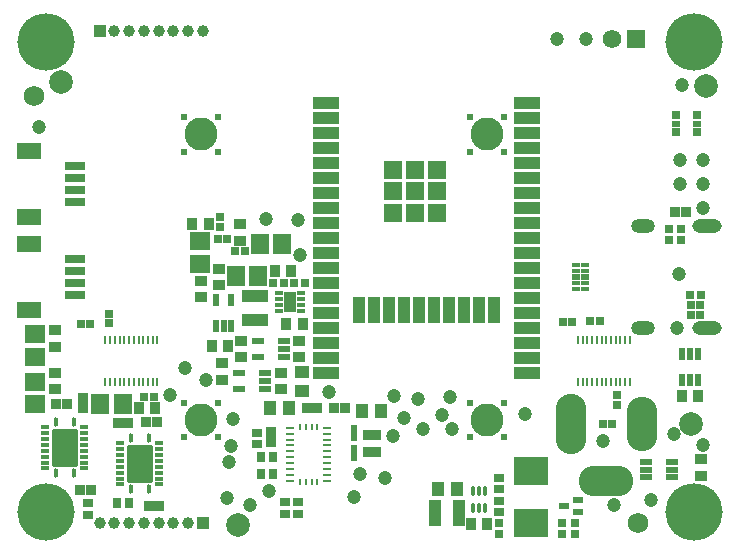
<source format=gts>
G04*
G04 #@! TF.GenerationSoftware,Altium Limited,Altium Designer,20.0.13 (296)*
G04*
G04 Layer_Color=8388736*
%FSLAX44Y44*%
%MOMM*%
G71*
G01*
G75*
%ADD52R,0.2500X0.5750*%
%ADD53R,0.6750X0.2500*%
%ADD58R,1.1032X1.2032*%
%ADD59R,0.8232X0.8232*%
G04:AMPARAMS|DCode=60|XSize=0.38mm|YSize=0.74mm|CornerRadius=0.13mm|HoleSize=0mm|Usage=FLASHONLY|Rotation=90.000|XOffset=0mm|YOffset=0mm|HoleType=Round|Shape=RoundedRectangle|*
%AMROUNDEDRECTD60*
21,1,0.3800,0.4800,0,0,90.0*
21,1,0.1200,0.7400,0,0,90.0*
1,1,0.2600,0.2400,0.0600*
1,1,0.2600,0.2400,-0.0600*
1,1,0.2600,-0.2400,-0.0600*
1,1,0.2600,-0.2400,0.0600*
%
%ADD60ROUNDEDRECTD60*%
G04:AMPARAMS|DCode=61|XSize=0.39mm|YSize=0.79mm|CornerRadius=0.1325mm|HoleSize=0mm|Usage=FLASHONLY|Rotation=0.000|XOffset=0mm|YOffset=0mm|HoleType=Round|Shape=RoundedRectangle|*
%AMROUNDEDRECTD61*
21,1,0.3900,0.5250,0,0,0.0*
21,1,0.1250,0.7900,0,0,0.0*
1,1,0.2650,0.0625,-0.2625*
1,1,0.2650,-0.0625,-0.2625*
1,1,0.2650,-0.0625,0.2625*
1,1,0.2650,0.0625,0.2625*
%
%ADD61ROUNDEDRECTD61*%
G04:AMPARAMS|DCode=62|XSize=2.19mm|YSize=3.19mm|CornerRadius=0.1213mm|HoleSize=0mm|Usage=FLASHONLY|Rotation=0.000|XOffset=0mm|YOffset=0mm|HoleType=Round|Shape=RoundedRectangle|*
%AMROUNDEDRECTD62*
21,1,2.1900,2.9475,0,0,0.0*
21,1,1.9475,3.1900,0,0,0.0*
1,1,0.2425,0.9738,-1.4738*
1,1,0.2425,-0.9738,-1.4738*
1,1,0.2425,-0.9738,1.4738*
1,1,0.2425,0.9738,1.4738*
%
%ADD62ROUNDEDRECTD62*%
%ADD63R,1.0532X0.5532*%
%ADD64R,0.5532X1.0532*%
%ADD65R,1.0000X0.5000*%
%ADD66R,0.6400X0.4200*%
%ADD67R,1.0400X1.7400*%
%ADD68R,0.5000X1.0000*%
%ADD69C,1.2032*%
%ADD70R,0.8532X0.7532*%
%ADD71R,0.7532X0.8532*%
%ADD72R,1.2032X1.1032*%
%ADD73R,0.7532X0.6532*%
%ADD74R,0.6532X0.7532*%
%ADD75R,0.9132X0.5032*%
%ADD76R,1.0032X2.2032*%
%ADD77R,2.2032X1.0032*%
%ADD78R,0.2500X0.7500*%
%ADD79C,2.0000*%
%ADD80R,1.7032X1.5032*%
%ADD81R,1.5032X1.7032*%
%ADD82R,0.6500X0.4000*%
%ADD83R,0.6500X0.5000*%
%ADD84R,0.8232X0.8232*%
%ADD85R,0.6232X0.6632*%
%ADD86R,0.7232X0.7232*%
%ADD87R,1.1032X0.9032*%
%ADD88R,0.9032X1.1032*%
%ADD89R,0.7232X0.7232*%
G04:AMPARAMS|DCode=90|XSize=0.4mm|YSize=0.77mm|CornerRadius=0.0995mm|HoleSize=0mm|Usage=FLASHONLY|Rotation=0.000|XOffset=0mm|YOffset=0mm|HoleType=Round|Shape=RoundedRectangle|*
%AMROUNDEDRECTD90*
21,1,0.4000,0.5710,0,0,0.0*
21,1,0.2010,0.7700,0,0,0.0*
1,1,0.1990,0.1005,-0.2855*
1,1,0.1990,-0.1005,-0.2855*
1,1,0.1990,-0.1005,0.2855*
1,1,0.1990,0.1005,0.2855*
%
%ADD90ROUNDEDRECTD90*%
%ADD91R,1.5332X1.5332*%
%ADD92R,1.1032X2.2032*%
%ADD93R,2.2032X1.1032*%
%ADD94R,0.7520X0.7520*%
%ADD95R,0.7520X0.5520*%
%ADD96R,1.6032X0.9532*%
%ADD97R,2.0032X1.4032*%
%ADD98R,1.7532X0.8032*%
%ADD99R,2.9462X2.3622*%
%ADD100O,0.6096X0.6092*%
%ADD101C,4.8500*%
%ADD102C,2.8000*%
%ADD103O,2.0000X1.2000*%
%ADD104O,2.5000X1.2000*%
%ADD105R,1.5712X1.5712*%
%ADD106C,1.5712*%
%ADD107O,4.6000X2.6000*%
%ADD108O,2.6000X5.1000*%
%ADD109O,2.6000X4.6000*%
%ADD110C,2.0032*%
%ADD111R,1.0032X1.0032*%
%ADD112C,1.0032*%
%ADD113C,1.7272*%
%ADD114C,0.6096*%
%ADD115C,0.6080*%
G36*
X363000Y309300D02*
X349700D01*
Y322600D01*
X363000D01*
Y309300D01*
D02*
G37*
G36*
X344650D02*
X331350D01*
Y322600D01*
X344650D01*
Y309300D01*
D02*
G37*
G36*
X326300D02*
X313000D01*
Y322600D01*
X326300D01*
Y309300D01*
D02*
G37*
G36*
X363000Y290950D02*
X349700D01*
Y304250D01*
X363000D01*
Y290950D01*
D02*
G37*
G36*
X344650D02*
X331350D01*
Y304250D01*
X344650D01*
Y290950D01*
D02*
G37*
G36*
X326300D02*
X313000D01*
Y304250D01*
X326300D01*
Y290950D01*
D02*
G37*
G36*
X363000Y272600D02*
X349700D01*
Y285900D01*
X363000D01*
Y272600D01*
D02*
G37*
G36*
X344650D02*
X331350D01*
Y285900D01*
X344650D01*
Y272600D01*
D02*
G37*
G36*
X326300D02*
X313000D01*
Y285900D01*
X326300D01*
Y272600D01*
D02*
G37*
D52*
X240500Y98125D02*
D03*
X245500D02*
D03*
X250500D02*
D03*
X255500D02*
D03*
Y51875D02*
D03*
X250500D02*
D03*
X245500D02*
D03*
X240500D02*
D03*
D53*
X232375Y52500D02*
D03*
Y57500D02*
D03*
Y62500D02*
D03*
Y67500D02*
D03*
Y72500D02*
D03*
Y77500D02*
D03*
Y82500D02*
D03*
Y87500D02*
D03*
Y92500D02*
D03*
Y97500D02*
D03*
X263625Y92500D02*
D03*
Y87500D02*
D03*
Y82500D02*
D03*
Y77500D02*
D03*
Y72500D02*
D03*
Y67500D02*
D03*
Y62500D02*
D03*
Y57500D02*
D03*
Y52500D02*
D03*
Y97500D02*
D03*
D58*
X309000Y112000D02*
D03*
X293000D02*
D03*
X215000Y114000D02*
D03*
X231000D02*
D03*
X357888Y45212D02*
D03*
X373888D02*
D03*
D59*
X269500Y114000D02*
D03*
X278500D02*
D03*
X63500Y45000D02*
D03*
X54500D02*
D03*
X43000Y118000D02*
D03*
X34000D02*
D03*
X121500Y31000D02*
D03*
X112500D02*
D03*
X95432Y101854D02*
D03*
X86432D02*
D03*
X119490Y102362D02*
D03*
X110490D02*
D03*
X255500Y114000D02*
D03*
X246500D02*
D03*
X558364Y280162D02*
D03*
X567364D02*
D03*
D60*
X25000Y98000D02*
D03*
Y93000D02*
D03*
Y88000D02*
D03*
Y83000D02*
D03*
Y78000D02*
D03*
Y73000D02*
D03*
Y68000D02*
D03*
X58000Y63000D02*
D03*
Y68000D02*
D03*
Y73000D02*
D03*
Y78000D02*
D03*
Y83000D02*
D03*
Y88000D02*
D03*
Y93000D02*
D03*
X25000Y63000D02*
D03*
X58000Y98000D02*
D03*
X88500Y84500D02*
D03*
Y79500D02*
D03*
Y74500D02*
D03*
Y69500D02*
D03*
Y64500D02*
D03*
Y59500D02*
D03*
Y54500D02*
D03*
X121500Y49500D02*
D03*
Y54500D02*
D03*
Y59500D02*
D03*
Y64500D02*
D03*
Y69500D02*
D03*
Y74500D02*
D03*
Y79500D02*
D03*
X88500Y49500D02*
D03*
X121500Y84500D02*
D03*
D61*
X49000Y102000D02*
D03*
X34000D02*
D03*
X49000Y59000D02*
D03*
X34000D02*
D03*
X112500Y88500D02*
D03*
X97500D02*
D03*
X112500Y45500D02*
D03*
X97500D02*
D03*
D62*
X41500Y80500D02*
D03*
X105000Y67000D02*
D03*
D63*
X533677Y68466D02*
D03*
Y61966D02*
D03*
Y55466D02*
D03*
X555677D02*
D03*
Y61966D02*
D03*
Y68466D02*
D03*
D64*
X577500Y160000D02*
D03*
X571000D02*
D03*
X564500D02*
D03*
Y138000D02*
D03*
X571000D02*
D03*
X577500D02*
D03*
D65*
X189000Y143500D02*
D03*
X211000D02*
D03*
X189000Y130500D02*
D03*
X211000D02*
D03*
Y137000D02*
D03*
X227000Y164000D02*
D03*
Y157500D02*
D03*
X205000D02*
D03*
X227000Y170500D02*
D03*
X205000D02*
D03*
D66*
X222500Y211500D02*
D03*
Y206500D02*
D03*
Y201500D02*
D03*
Y196500D02*
D03*
X241500Y211500D02*
D03*
Y206500D02*
D03*
Y201500D02*
D03*
Y196500D02*
D03*
D67*
X232000Y204000D02*
D03*
D68*
X182500Y206000D02*
D03*
Y184000D02*
D03*
X169500Y206000D02*
D03*
Y184000D02*
D03*
X176000D02*
D03*
D69*
X582190Y303826D02*
D03*
Y283826D02*
D03*
X562190Y303826D02*
D03*
Y323826D02*
D03*
X582190D02*
D03*
X344424Y96266D02*
D03*
X291718Y58510D02*
D03*
X239037Y272959D02*
D03*
X360803Y108584D02*
D03*
X312794Y54858D02*
D03*
X367284Y123444D02*
D03*
X341000Y122000D02*
D03*
X328700Y105499D02*
D03*
X482600Y426720D02*
D03*
X319686Y90864D02*
D03*
X458470Y426720D02*
D03*
X180602Y68454D02*
D03*
X320328Y124069D02*
D03*
X564000Y388000D02*
D03*
X182644Y82103D02*
D03*
X265318Y127933D02*
D03*
X143000Y148000D02*
D03*
X537858Y36186D02*
D03*
X582190Y82550D02*
D03*
X561340Y227330D02*
D03*
X130412Y124877D02*
D03*
X212321Y273958D02*
D03*
X369000Y96000D02*
D03*
X184000Y105000D02*
D03*
X431325Y109230D02*
D03*
X240627Y244018D02*
D03*
X286766Y39116D02*
D03*
X214389Y43639D02*
D03*
X160919Y138035D02*
D03*
X506250Y31662D02*
D03*
X557490Y92495D02*
D03*
X497000Y86000D02*
D03*
X20000Y352000D02*
D03*
X179008Y38414D02*
D03*
X198707Y31828D02*
D03*
X560068Y182000D02*
D03*
D70*
X61000Y34000D02*
D03*
Y24000D02*
D03*
X238593Y34569D02*
D03*
Y24569D02*
D03*
X227928Y34569D02*
D03*
Y24569D02*
D03*
X204216Y83392D02*
D03*
Y93392D02*
D03*
X408940Y35734D02*
D03*
Y25734D02*
D03*
Y55292D02*
D03*
Y45292D02*
D03*
D71*
X86000Y34000D02*
D03*
X96000D02*
D03*
X217598Y72390D02*
D03*
X207598D02*
D03*
X217500Y58420D02*
D03*
X207500D02*
D03*
D72*
X242000Y129000D02*
D03*
Y145000D02*
D03*
D73*
X409448Y7874D02*
D03*
Y16874D02*
D03*
X462788Y7874D02*
D03*
Y16874D02*
D03*
X473202Y7874D02*
D03*
Y16874D02*
D03*
X552993Y265493D02*
D03*
Y256493D02*
D03*
X562993Y265493D02*
D03*
Y256493D02*
D03*
D74*
X571086Y210268D02*
D03*
X580086D02*
D03*
X235500Y220000D02*
D03*
X244500D02*
D03*
X218000D02*
D03*
X227000D02*
D03*
D75*
X463796Y31162D02*
D03*
X475996Y36162D02*
D03*
Y26162D02*
D03*
D76*
X354998Y25146D02*
D03*
X374998D02*
D03*
D77*
X203000Y209000D02*
D03*
Y189000D02*
D03*
D78*
X76000Y172130D02*
D03*
X80000D02*
D03*
X84000D02*
D03*
X88000D02*
D03*
X92000D02*
D03*
X96000D02*
D03*
X100000D02*
D03*
X104000D02*
D03*
X108000D02*
D03*
X112000D02*
D03*
X116000D02*
D03*
X120000D02*
D03*
X76000Y136630D02*
D03*
X80000D02*
D03*
X84000D02*
D03*
X88000D02*
D03*
X92000D02*
D03*
X96000D02*
D03*
X100000D02*
D03*
X104000D02*
D03*
X108000D02*
D03*
X112000D02*
D03*
X116000D02*
D03*
X120000D02*
D03*
X476000Y172130D02*
D03*
X480000D02*
D03*
X484000D02*
D03*
X488000D02*
D03*
X492000D02*
D03*
X496000D02*
D03*
X500000D02*
D03*
X504000D02*
D03*
X508000D02*
D03*
X512000D02*
D03*
X516000D02*
D03*
X520000D02*
D03*
X476000Y136630D02*
D03*
X480000D02*
D03*
X484000D02*
D03*
X488000D02*
D03*
X492000D02*
D03*
X496000D02*
D03*
X500000D02*
D03*
X504000D02*
D03*
X508000D02*
D03*
X512000D02*
D03*
X516000D02*
D03*
X520000D02*
D03*
D79*
X38000Y390500D02*
D03*
X187960Y15240D02*
D03*
X584767Y387000D02*
D03*
D80*
X16000Y136500D02*
D03*
Y117500D02*
D03*
Y176500D02*
D03*
Y157500D02*
D03*
X156000Y255500D02*
D03*
Y236500D02*
D03*
D81*
X90526Y117602D02*
D03*
X71526D02*
D03*
X186500Y226000D02*
D03*
X205500D02*
D03*
X206500Y253000D02*
D03*
X225500D02*
D03*
D82*
X481900Y215000D02*
D03*
Y220000D02*
D03*
Y230000D02*
D03*
Y235000D02*
D03*
X474100D02*
D03*
Y230000D02*
D03*
Y220000D02*
D03*
Y215000D02*
D03*
D83*
X481900Y225000D02*
D03*
X474100D02*
D03*
D84*
X57150Y122792D02*
D03*
Y113792D02*
D03*
X216000Y85000D02*
D03*
Y94000D02*
D03*
D85*
X286250Y96500D02*
D03*
Y89900D02*
D03*
X286250Y72900D02*
D03*
Y79500D02*
D03*
D86*
X505000Y101000D02*
D03*
X497000D02*
D03*
X579586Y201632D02*
D03*
X571586D02*
D03*
X579513Y192819D02*
D03*
X571513D02*
D03*
X116776Y123698D02*
D03*
X108776D02*
D03*
X55000Y185000D02*
D03*
X63000D02*
D03*
X463000Y187000D02*
D03*
X471000D02*
D03*
X494500Y187500D02*
D03*
X486500D02*
D03*
X194014Y246844D02*
D03*
X186014D02*
D03*
X179000Y257000D02*
D03*
X171000D02*
D03*
D87*
X175000Y138000D02*
D03*
Y152000D02*
D03*
X225000Y144000D02*
D03*
Y130000D02*
D03*
X33000Y166000D02*
D03*
Y180000D02*
D03*
X33000Y144000D02*
D03*
Y130000D02*
D03*
X157000Y222000D02*
D03*
Y208000D02*
D03*
X191000Y157000D02*
D03*
Y171000D02*
D03*
X240000Y171000D02*
D03*
Y157000D02*
D03*
X580000Y71000D02*
D03*
Y57000D02*
D03*
X190000Y256000D02*
D03*
Y270000D02*
D03*
X172000Y232000D02*
D03*
Y218000D02*
D03*
D88*
X103998Y114046D02*
D03*
X117998D02*
D03*
X219473Y230456D02*
D03*
X233473D02*
D03*
X229000Y185000D02*
D03*
X243000D02*
D03*
X166000Y167000D02*
D03*
X180000D02*
D03*
X385176Y16256D02*
D03*
X399176D02*
D03*
X578000Y124000D02*
D03*
X564000D02*
D03*
X163486Y269704D02*
D03*
X149486D02*
D03*
D89*
X79000Y194000D02*
D03*
Y186000D02*
D03*
X508762Y116904D02*
D03*
Y124904D02*
D03*
X172900Y275500D02*
D03*
Y267500D02*
D03*
D90*
X397350Y29142D02*
D03*
X387350D02*
D03*
Y43942D02*
D03*
X392350D02*
D03*
X397350D02*
D03*
X392350Y29142D02*
D03*
D91*
X338000Y279250D02*
D03*
X319650D02*
D03*
X356350Y297600D02*
D03*
X338000D02*
D03*
X319650D02*
D03*
X356350Y315950D02*
D03*
X338000D02*
D03*
X319650D02*
D03*
X356350Y279250D02*
D03*
D92*
X405150Y197500D02*
D03*
X392450D02*
D03*
X379750D02*
D03*
X367050D02*
D03*
X354350D02*
D03*
X341650D02*
D03*
X328950D02*
D03*
X316250D02*
D03*
X303550D02*
D03*
X290850D02*
D03*
D93*
X263000Y207500D02*
D03*
Y220200D02*
D03*
Y232900D02*
D03*
Y245600D02*
D03*
Y258300D02*
D03*
Y271000D02*
D03*
Y283700D02*
D03*
Y296400D02*
D03*
Y309100D02*
D03*
Y321800D02*
D03*
Y334500D02*
D03*
Y347200D02*
D03*
Y359900D02*
D03*
Y372600D02*
D03*
X433000D02*
D03*
Y359900D02*
D03*
Y347200D02*
D03*
Y334500D02*
D03*
Y321800D02*
D03*
Y309100D02*
D03*
Y296400D02*
D03*
Y283700D02*
D03*
Y271000D02*
D03*
Y258300D02*
D03*
Y245600D02*
D03*
Y232900D02*
D03*
Y220200D02*
D03*
Y207500D02*
D03*
Y182100D02*
D03*
Y169400D02*
D03*
Y156700D02*
D03*
Y144000D02*
D03*
X263000D02*
D03*
Y156700D02*
D03*
Y169400D02*
D03*
Y182100D02*
D03*
Y194800D02*
D03*
X433000D02*
D03*
D94*
X577000Y362500D02*
D03*
Y347500D02*
D03*
X559000D02*
D03*
Y362500D02*
D03*
D95*
X577000Y355000D02*
D03*
X559000D02*
D03*
D96*
X301500Y91750D02*
D03*
Y77150D02*
D03*
D97*
X11625Y197000D02*
D03*
Y253000D02*
D03*
Y275800D02*
D03*
Y331800D02*
D03*
D98*
X50375Y240000D02*
D03*
Y230000D02*
D03*
Y220000D02*
D03*
Y210000D02*
D03*
Y318800D02*
D03*
Y308800D02*
D03*
Y298800D02*
D03*
Y288800D02*
D03*
D99*
X436372Y17016D02*
D03*
Y61216D02*
D03*
D100*
X41500Y93250D02*
D03*
X41500Y67750D02*
D03*
X33750Y80500D02*
D03*
X49250D02*
D03*
X105000Y79750D02*
D03*
X105000Y54250D02*
D03*
X97250Y67000D02*
D03*
X112750D02*
D03*
D101*
X574000Y424000D02*
D03*
X26000Y26000D02*
D03*
X574000D02*
D03*
X26000Y424000D02*
D03*
D102*
X157000Y346000D02*
D03*
X399000D02*
D03*
Y104000D02*
D03*
X157000D02*
D03*
D103*
X531509Y268262D02*
D03*
Y181862D02*
D03*
D104*
X585109Y268262D02*
D03*
Y181862D02*
D03*
D105*
X525000Y427000D02*
D03*
D106*
X505000D02*
D03*
D107*
X499750Y52750D02*
D03*
D108*
X470000Y101000D02*
D03*
D109*
X530000Y101000D02*
D03*
D110*
X571750Y101000D02*
D03*
D111*
X71000Y433000D02*
D03*
X158500Y17000D02*
D03*
D112*
X83500Y433000D02*
D03*
X96000D02*
D03*
X108500D02*
D03*
X121000D02*
D03*
X133500D02*
D03*
X146000D02*
D03*
X158500D02*
D03*
X121000Y17000D02*
D03*
X108500D02*
D03*
X133500D02*
D03*
X146000D02*
D03*
X83500D02*
D03*
X96000D02*
D03*
X71000D02*
D03*
D113*
X527074Y17121D02*
D03*
X15865Y378393D02*
D03*
D114*
X232000Y199000D02*
D03*
Y209000D02*
D03*
D115*
X171672Y360672D02*
D03*
X142327Y331328D02*
D03*
Y360672D02*
D03*
X171672Y331328D02*
D03*
X413672Y360672D02*
D03*
X384328Y331328D02*
D03*
Y360672D02*
D03*
X413672Y331328D02*
D03*
Y118673D02*
D03*
X384328Y89328D02*
D03*
Y118673D02*
D03*
X413672Y89328D02*
D03*
X171672Y118673D02*
D03*
X142327Y89328D02*
D03*
Y118673D02*
D03*
X171672Y89328D02*
D03*
M02*

</source>
